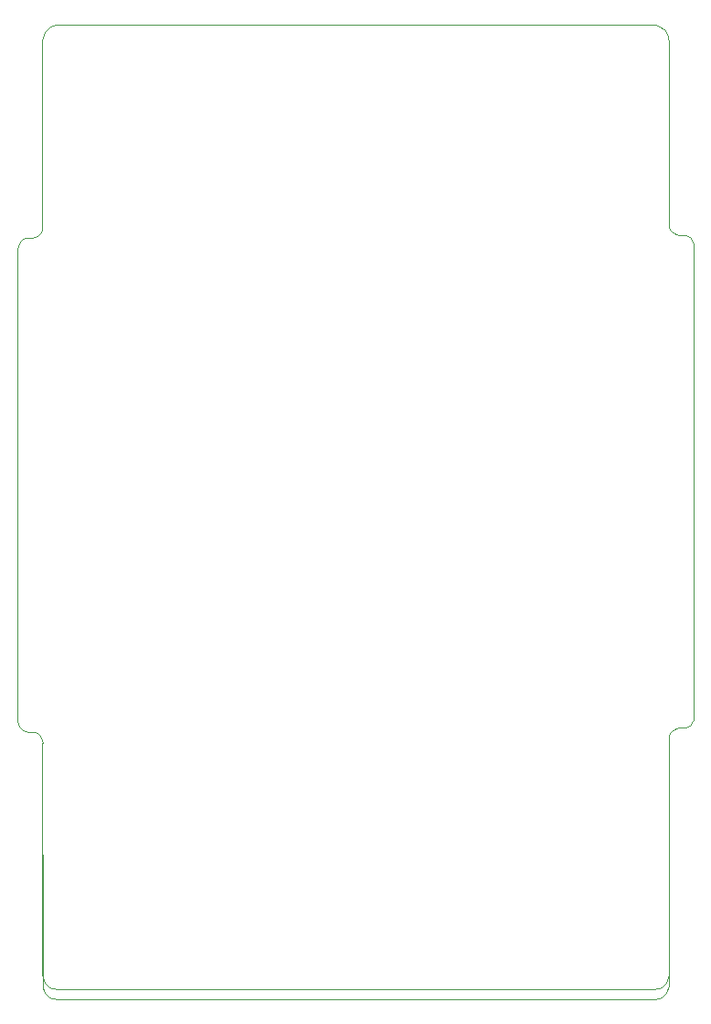
<source format=gm1>
G04*
G04 #@! TF.GenerationSoftware,Altium Limited,Altium Designer,21.0.9 (235)*
G04*
G04 Layer_Color=16711935*
%FSLAX25Y25*%
%MOIN*%
G70*
G04*
G04 #@! TF.SameCoordinates,DA681587-9272-4415-864D-094138AC6A8E*
G04*
G04*
G04 #@! TF.FilePolarity,Positive*
G04*
G01*
G75*
%ADD11C,0.00394*%
D11*
X223369Y-3685D02*
X224345Y-3589D01*
X225283Y-3304D01*
X226147Y-2842D01*
X226905Y-2221D01*
X227527Y-1463D01*
X227989Y-599D01*
X228273Y340D01*
X228369Y1315D01*
X31D02*
X127Y340D01*
X411Y-599D01*
X873Y-1463D01*
X1495Y-2221D01*
X2253Y-2842D01*
X3117Y-3304D01*
X4055Y-3589D01*
X5031Y-3685D01*
X232316Y95126D02*
X231297Y94991D01*
X230348Y94598D01*
X229533Y93972D01*
X228907Y93157D01*
X228514Y92207D01*
X228380Y91189D01*
X233571Y95126D02*
X234590Y95260D01*
X235540Y95653D01*
X236355Y96279D01*
X236981Y97094D01*
X237374Y98044D01*
X237508Y99063D01*
X13Y89705D02*
X-121Y90724D01*
X-515Y91674D01*
X-1140Y92489D01*
X-1956Y93115D01*
X-2905Y93508D01*
X-3924Y93642D01*
X-9116Y97579D02*
X-8981Y96560D01*
X-8588Y95611D01*
X-7963Y94796D01*
X-7147Y94170D01*
X-6198Y93777D01*
X-5179Y93642D01*
X237508Y270662D02*
X237374Y271681D01*
X236981Y272631D01*
X236355Y273446D01*
X235539Y274072D01*
X234590Y274465D01*
X233571Y274600D01*
X-5179Y273600D02*
X-6198Y273466D01*
X-7147Y273073D01*
X-7963Y272447D01*
X-8588Y271632D01*
X-8981Y270682D01*
X-9116Y269663D01*
X-3924Y273600D02*
X-2908Y273734D01*
X-1962Y274126D01*
X-1149Y274749D01*
X-526Y275562D01*
X-134Y276508D01*
X0Y277524D01*
X228379Y278537D02*
X228514Y277518D01*
X228907Y276568D01*
X229533Y275753D01*
X230348Y275127D01*
X231297Y274734D01*
X232316Y274600D01*
X228400Y345371D02*
X228312Y346378D01*
X228050Y347354D01*
X227623Y348271D01*
X227043Y349099D01*
X226328Y349814D01*
X225500Y350394D01*
X224584Y350821D01*
X223607Y351082D01*
X222600Y351171D01*
X5787Y351321D02*
X4782Y351233D01*
X3808Y350972D01*
X2893Y350546D01*
X2067Y349967D01*
X1354Y349254D01*
X775Y348428D01*
X349Y347514D01*
X88Y346539D01*
X0Y345534D01*
X223300Y0D02*
X224291Y98D01*
X225243Y387D01*
X226121Y856D01*
X226891Y1487D01*
X227523Y2257D01*
X227992Y3135D01*
X228281Y4088D01*
X228379Y5079D01*
X0D02*
X98Y4088D01*
X387Y3135D01*
X856Y2257D01*
X1487Y1487D01*
X2257Y856D01*
X3135Y387D01*
X4088Y98D01*
X5079Y0D01*
X228369Y1315D02*
X228377Y49000D01*
X5031Y-3685D02*
X223369D01*
X31Y1315D02*
X39Y49000D01*
X232316Y95126D02*
X233571D01*
X-5179Y93642D02*
X-3924D01*
X237508Y99063D02*
Y270663D01*
X232316Y274600D02*
X233571D01*
X-5179Y273600D02*
X-3924D01*
X-9116Y97579D02*
Y269663D01*
X0Y277524D02*
Y345534D01*
X5787Y351321D02*
X222600Y351171D01*
X228379Y278537D02*
X228400Y345371D01*
X228378Y5078D02*
Y91189D01*
X0Y5078D02*
Y89705D01*
X5078Y0D02*
X223300D01*
M02*

</source>
